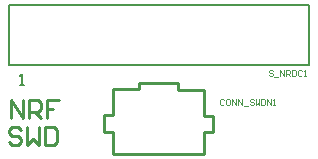
<source format=gto>
G04*
G04 #@! TF.GenerationSoftware,Altium Limited,Altium Designer,23.3.1 (30)*
G04*
G04 Layer_Color=65535*
%FSLAX43Y43*%
%MOMM*%
G71*
G04*
G04 #@! TF.SameCoordinates,EF6148DA-A470-40B2-B036-D2E06F8B8601*
G04*
G04*
G04 #@! TF.FilePolarity,Positive*
G04*
G01*
G75*
%ADD10C,0.254*%
%ADD11C,0.200*%
%ADD12C,0.100*%
D10*
X9585Y3686D02*
Y4536D01*
Y436D02*
Y2286D01*
X8785D02*
X9585D01*
X8785D02*
Y3686D01*
X9585D01*
X17285Y3636D02*
Y4636D01*
X18035Y2236D02*
Y2986D01*
X17285Y2236D02*
X18035D01*
X17335Y3636D02*
X18035D01*
Y2986D02*
Y3636D01*
X17285Y636D02*
Y2236D01*
X17235Y436D02*
X17285Y486D01*
Y636D01*
X9585Y436D02*
X17235D01*
X9635Y5886D02*
X11235D01*
X11785D01*
Y6386D01*
X15085D01*
Y5836D02*
Y6386D01*
Y5836D02*
X17285D01*
Y4636D02*
Y5836D01*
X9585Y4536D02*
Y5886D01*
X889Y3429D02*
Y4953D01*
X1905Y3429D01*
Y4953D01*
X2413Y3429D02*
Y4953D01*
X3174D01*
X3428Y4699D01*
Y4191D01*
X3174Y3937D01*
X2413D01*
X2920D02*
X3428Y3429D01*
X4952Y4953D02*
X3936D01*
Y4191D01*
X4444D01*
X3936D01*
Y3429D01*
X1778Y2413D02*
X1524Y2667D01*
X1016D01*
X762Y2413D01*
Y2159D01*
X1016Y1905D01*
X1524D01*
X1778Y1651D01*
Y1397D01*
X1524Y1143D01*
X1016D01*
X762Y1397D01*
X2286Y2667D02*
Y1143D01*
X2793Y1651D01*
X3301Y1143D01*
Y2667D01*
X3809D02*
Y1143D01*
X4571D01*
X4825Y1397D01*
Y2413D01*
X4571Y2667D01*
X3809D01*
D11*
X26167Y7966D02*
Y13046D01*
X767Y7966D02*
X2672D01*
X767D02*
Y13046D01*
X2672D01*
X26167D01*
X2672Y7966D02*
X26167D01*
X1651Y6223D02*
X1984D01*
X1818D01*
Y7223D01*
X1651Y7056D01*
D12*
X18963Y4960D02*
X18880Y5043D01*
X18713D01*
X18630Y4960D01*
Y4626D01*
X18713Y4543D01*
X18880D01*
X18963Y4626D01*
X19380Y5043D02*
X19213D01*
X19130Y4960D01*
Y4626D01*
X19213Y4543D01*
X19380D01*
X19463Y4626D01*
Y4960D01*
X19380Y5043D01*
X19630Y4543D02*
Y5043D01*
X19963Y4543D01*
Y5043D01*
X20130Y4543D02*
Y5043D01*
X20463Y4543D01*
Y5043D01*
X20629Y4460D02*
X20963D01*
X21462Y4960D02*
X21379Y5043D01*
X21212D01*
X21129Y4960D01*
Y4876D01*
X21212Y4793D01*
X21379D01*
X21462Y4710D01*
Y4626D01*
X21379Y4543D01*
X21212D01*
X21129Y4626D01*
X21629Y5043D02*
Y4543D01*
X21796Y4710D01*
X21962Y4543D01*
Y5043D01*
X22129D02*
Y4543D01*
X22379D01*
X22462Y4626D01*
Y4960D01*
X22379Y5043D01*
X22129D01*
X22629Y4543D02*
Y5043D01*
X22962Y4543D01*
Y5043D01*
X23129Y4543D02*
X23295D01*
X23212D01*
Y5043D01*
X23129Y4960D01*
X23066Y7402D02*
X22983Y7485D01*
X22816D01*
X22733Y7402D01*
Y7318D01*
X22816Y7235D01*
X22983D01*
X23066Y7152D01*
Y7068D01*
X22983Y6985D01*
X22816D01*
X22733Y7068D01*
X23233Y6902D02*
X23566D01*
X23733Y6985D02*
Y7485D01*
X24066Y6985D01*
Y7485D01*
X24233Y6985D02*
Y7485D01*
X24482D01*
X24566Y7402D01*
Y7235D01*
X24482Y7152D01*
X24233D01*
X24399D02*
X24566Y6985D01*
X24732Y7485D02*
Y6985D01*
X24982D01*
X25066Y7068D01*
Y7402D01*
X24982Y7485D01*
X24732D01*
X25565Y7402D02*
X25482Y7485D01*
X25315D01*
X25232Y7402D01*
Y7068D01*
X25315Y6985D01*
X25482D01*
X25565Y7068D01*
X25732Y6985D02*
X25899D01*
X25815D01*
Y7485D01*
X25732Y7402D01*
M02*

</source>
